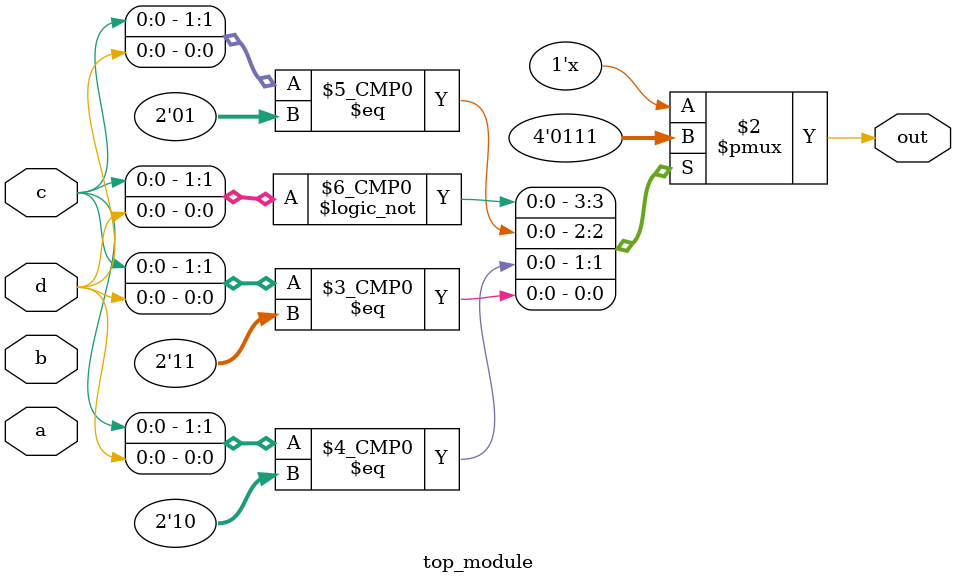
<source format=sv>
module top_module (
	input a, 
	input b,
	input c,
	input d,
	output reg out
);

always @(*) begin
	case ({c, d})
		4'b0000: out = 1'b0;
		4'b0001: out = 1'b1;
		4'b0010: out = 1'b1;
		4'b0011: out = 1'b1;
		4'b0100: out = 1'b0;
		4'b0101: out = 1'b0;
		4'b0110: out = 1'b0;
		4'b0111: out = 1'b1;
		4'b1000: out = 1'b0;
		4'b1001: out = 1'b1;
		4'b1010: out = 1'b1;
		4'b1011: out = 1'b1;
		4'b1100: out = 1'b0;
		4'b1101: out = 1'b0;
		4'b1110: out = 1'b0;
		4'b1111: out = 1'b1;
	endcase
end

endmodule

</source>
